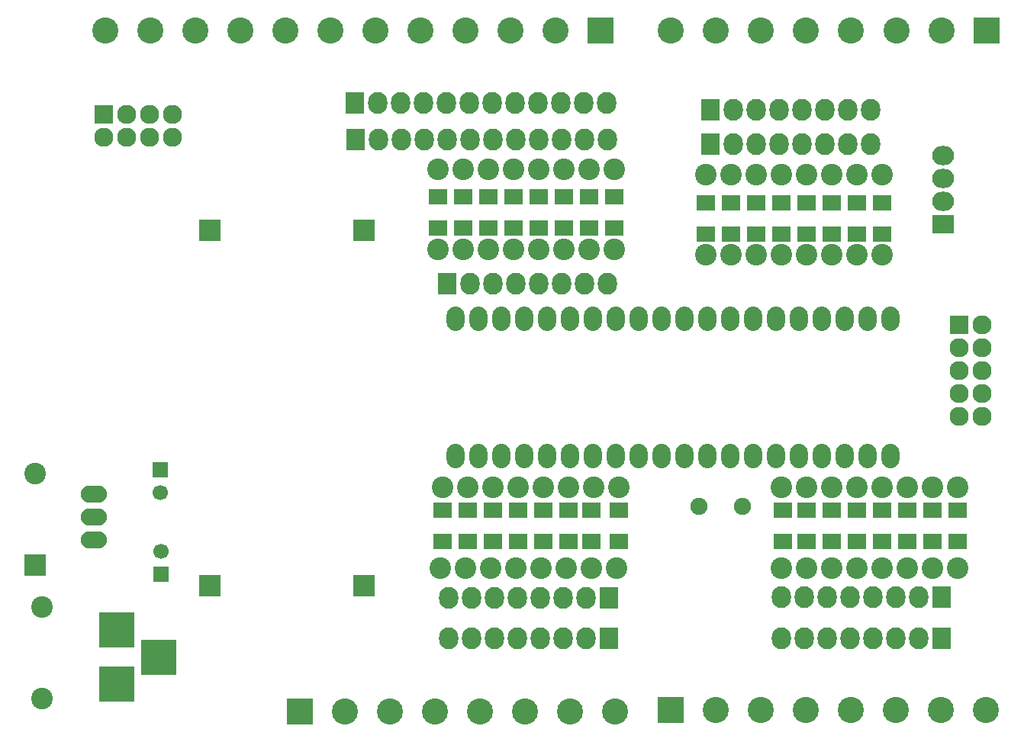
<source format=gbr>
G04 #@! TF.FileFunction,Soldermask,Bot*
%FSLAX46Y46*%
G04 Gerber Fmt 4.6, Leading zero omitted, Abs format (unit mm)*
G04 Created by KiCad (PCBNEW 201611211049+7371~55~ubuntu16.10.1-product) date Mon Dec 19 15:07:25 2016*
%MOMM*%
%LPD*%
G01*
G04 APERTURE LIST*
%ADD10C,0.100000*%
%ADD11R,1.700000X1.700000*%
%ADD12C,1.700000*%
%ADD13R,3.900120X3.900120*%
%ADD14R,2.127200X2.127200*%
%ADD15O,2.127200X2.127200*%
%ADD16C,2.398980*%
%ADD17R,2.398980X2.398980*%
%ADD18R,2.099260X1.700480*%
%ADD19O,2.000000X2.700000*%
%ADD20O,2.899360X1.901140*%
%ADD21C,1.901140*%
%ADD22C,2.900000*%
%ADD23R,2.900000X2.900000*%
%ADD24R,2.127200X2.432000*%
%ADD25O,2.127200X2.432000*%
%ADD26R,2.432000X2.127200*%
%ADD27O,2.432000X2.127200*%
G04 APERTURE END LIST*
D10*
D11*
X109474000Y-105156000D03*
D12*
X109474000Y-102656000D03*
D11*
X109347000Y-93599000D03*
D12*
X109347000Y-96099000D03*
D13*
X104521000Y-111401860D03*
X104521000Y-117401340D03*
X109220000Y-114401600D03*
D14*
X197993000Y-77470000D03*
D15*
X200533000Y-77470000D03*
X197993000Y-80010000D03*
X200533000Y-80010000D03*
X197993000Y-82550000D03*
X200533000Y-82550000D03*
X197993000Y-85090000D03*
X200533000Y-85090000D03*
X197993000Y-87630000D03*
X200533000Y-87630000D03*
D16*
X95501460Y-93980000D03*
D17*
X95501460Y-104140000D03*
D18*
X140208000Y-66774060D03*
X140208000Y-63273940D03*
X143002000Y-66774060D03*
X143002000Y-63273940D03*
X145796000Y-66774060D03*
X145796000Y-63273940D03*
X148590000Y-63273940D03*
X148590000Y-66774060D03*
X151384000Y-66774060D03*
X151384000Y-63273940D03*
X154178000Y-66774060D03*
X154178000Y-63273940D03*
X156972000Y-63273940D03*
X156972000Y-66774060D03*
X159766000Y-66774060D03*
X159766000Y-63273940D03*
X189484000Y-67409060D03*
X189484000Y-63908940D03*
X186690000Y-67409060D03*
X186690000Y-63908940D03*
X183896000Y-67409060D03*
X183896000Y-63908940D03*
X181102000Y-67409060D03*
X181102000Y-63908940D03*
X178308000Y-67409060D03*
X178308000Y-63908940D03*
X175514000Y-67409060D03*
X175514000Y-63908940D03*
X172720000Y-67409060D03*
X172720000Y-63908940D03*
X169926000Y-67409060D03*
X169926000Y-63908940D03*
X140716000Y-98071940D03*
X140716000Y-101572060D03*
X143510000Y-98071940D03*
X143510000Y-101572060D03*
X146304000Y-98071940D03*
X146304000Y-101572060D03*
X149098000Y-98071940D03*
X149098000Y-101572060D03*
X151892000Y-98071940D03*
X151892000Y-101572060D03*
X154686000Y-98071940D03*
X154686000Y-101572060D03*
X157226000Y-98071940D03*
X157226000Y-101572060D03*
X160274000Y-98071940D03*
X160274000Y-101572060D03*
X178435000Y-98071940D03*
X178435000Y-101572060D03*
X181102000Y-98071940D03*
X181102000Y-101572060D03*
X183896000Y-98071940D03*
X183896000Y-101572060D03*
X186690000Y-98071940D03*
X186690000Y-101572060D03*
X189484000Y-98071940D03*
X189484000Y-101572060D03*
X192278000Y-98071940D03*
X192278000Y-101572060D03*
X195072000Y-98071940D03*
X195072000Y-101572060D03*
X197866000Y-98071940D03*
X197866000Y-101572060D03*
D16*
X96266000Y-118999000D03*
X96266000Y-108839000D03*
D19*
X142113000Y-92075000D03*
X144653000Y-92075000D03*
X147193000Y-92075000D03*
X149733000Y-92075000D03*
X152273000Y-92075000D03*
X154813000Y-92075000D03*
X157353000Y-92075000D03*
X159893000Y-92075000D03*
X162433000Y-92075000D03*
X164973000Y-92075000D03*
X167513000Y-92075000D03*
X170053000Y-92075000D03*
X172593000Y-92075000D03*
X175133000Y-92075000D03*
X177673000Y-92075000D03*
X180213000Y-92075000D03*
X182753000Y-92075000D03*
X185293000Y-92075000D03*
X187833000Y-92075000D03*
X190373000Y-92075000D03*
X190373000Y-76835000D03*
X187833000Y-76835000D03*
X185293000Y-76835000D03*
X182753000Y-76835000D03*
X180213000Y-76835000D03*
X177673000Y-76835000D03*
X175133000Y-76835000D03*
X172593000Y-76835000D03*
X170053000Y-76835000D03*
X167513000Y-76835000D03*
X164973000Y-76835000D03*
X162433000Y-76835000D03*
X159893000Y-76835000D03*
X157353000Y-76835000D03*
X154813000Y-76835000D03*
X152273000Y-76835000D03*
X149733000Y-76835000D03*
X147193000Y-76835000D03*
X144653000Y-76835000D03*
X142113000Y-76835000D03*
D17*
X114919000Y-106489500D03*
X131969000Y-106489500D03*
X114871500Y-66992500D03*
X132016500Y-66992500D03*
D20*
X101981000Y-98806000D03*
X101981000Y-101346000D03*
X101981000Y-96266000D03*
D21*
X169136060Y-97663000D03*
X174017940Y-97663000D03*
D14*
X103124000Y-54102000D03*
D15*
X103124000Y-56642000D03*
X105664000Y-54102000D03*
X105664000Y-56642000D03*
X108204000Y-54102000D03*
X108204000Y-56642000D03*
X110744000Y-54102000D03*
X110744000Y-56642000D03*
D16*
X140208000Y-69088000D03*
X143002000Y-69088000D03*
X140716000Y-95504000D03*
X189484000Y-69723000D03*
X145796000Y-69088000D03*
X143510000Y-95504000D03*
X186690000Y-69723000D03*
X178308000Y-95504000D03*
X148590000Y-69088000D03*
X146304000Y-95504000D03*
X183896000Y-69723000D03*
X181102000Y-95504000D03*
X151384000Y-69088000D03*
X149098000Y-95504000D03*
X181102000Y-69723000D03*
X183896000Y-95504000D03*
X154178000Y-69088000D03*
X151892000Y-95504000D03*
X178308000Y-69723000D03*
X186690000Y-95504000D03*
X156972000Y-69088000D03*
X154686000Y-95504000D03*
X175514000Y-69723000D03*
X189484000Y-95504000D03*
X159766000Y-69088000D03*
X157480000Y-95504000D03*
X172720000Y-69723000D03*
X192278000Y-95504000D03*
X160274000Y-95504000D03*
X169926000Y-69723000D03*
X195072000Y-95504000D03*
X197866000Y-95504000D03*
X140208000Y-60198000D03*
X140462000Y-104521000D03*
X189484000Y-60833000D03*
X178308000Y-104521000D03*
X143002000Y-60198000D03*
X143256000Y-104521000D03*
X186690000Y-60833000D03*
X181102000Y-104521000D03*
X145796000Y-60198000D03*
X146050000Y-104521000D03*
X183896000Y-60833000D03*
X183896000Y-104521000D03*
X148590000Y-60198000D03*
X148844000Y-104521000D03*
X181102000Y-60833000D03*
X186690000Y-104521000D03*
X151384000Y-60198000D03*
X151638000Y-104521000D03*
X178308000Y-60833000D03*
X189484000Y-104521000D03*
X154178000Y-60198000D03*
X154432000Y-104521000D03*
X175514000Y-60833000D03*
X192278000Y-104521000D03*
X156972000Y-60198000D03*
X157226000Y-104521000D03*
X172720000Y-60833000D03*
X195072000Y-104521000D03*
X159766000Y-60198000D03*
X160020000Y-104521000D03*
X169926000Y-60833000D03*
X197866000Y-104521000D03*
D22*
X196041000Y-44831000D03*
D23*
X201041000Y-44831000D03*
D22*
X191041000Y-44831000D03*
X186041000Y-44831000D03*
X181041000Y-44831000D03*
X176041000Y-44831000D03*
X171041000Y-44831000D03*
X166041000Y-44831000D03*
X200989000Y-120269000D03*
X195989000Y-120269000D03*
X190989000Y-120269000D03*
X185989000Y-120269000D03*
X180989000Y-120269000D03*
X175989000Y-120269000D03*
D23*
X165989000Y-120269000D03*
D22*
X170989000Y-120269000D03*
X103242000Y-44831000D03*
X108242000Y-44831000D03*
X113242000Y-44831000D03*
X118242000Y-44831000D03*
X123242000Y-44831000D03*
X128242000Y-44831000D03*
X133242000Y-44831000D03*
X138242000Y-44831000D03*
X143242000Y-44831000D03*
X148242000Y-44831000D03*
D23*
X158242000Y-44831000D03*
D22*
X153242000Y-44831000D03*
X159841000Y-120396000D03*
X154841000Y-120396000D03*
X149841000Y-120396000D03*
X144841000Y-120396000D03*
X139841000Y-120396000D03*
X134841000Y-120396000D03*
D23*
X124841000Y-120396000D03*
D22*
X129841000Y-120396000D03*
D24*
X159131000Y-107823000D03*
D25*
X156591000Y-107823000D03*
X154051000Y-107823000D03*
X151511000Y-107823000D03*
X148971000Y-107823000D03*
X146431000Y-107823000D03*
X143891000Y-107823000D03*
X141351000Y-107823000D03*
D24*
X131064000Y-56896000D03*
D25*
X133604000Y-56896000D03*
X136144000Y-56896000D03*
X138684000Y-56896000D03*
X141224000Y-56896000D03*
X143764000Y-56896000D03*
X146304000Y-56896000D03*
X148844000Y-56896000D03*
X151384000Y-56896000D03*
X153924000Y-56896000D03*
X156464000Y-56896000D03*
X159004000Y-56896000D03*
X188214000Y-57404000D03*
X185674000Y-57404000D03*
X183134000Y-57404000D03*
X180594000Y-57404000D03*
X178054000Y-57404000D03*
X175514000Y-57404000D03*
X172974000Y-57404000D03*
D24*
X170434000Y-57404000D03*
X196088000Y-107696000D03*
D25*
X193548000Y-107696000D03*
X191008000Y-107696000D03*
X188468000Y-107696000D03*
X185928000Y-107696000D03*
X183388000Y-107696000D03*
X180848000Y-107696000D03*
X178308000Y-107696000D03*
D24*
X130937000Y-52832000D03*
D25*
X133477000Y-52832000D03*
X136017000Y-52832000D03*
X138557000Y-52832000D03*
X141097000Y-52832000D03*
X143637000Y-52832000D03*
X146177000Y-52832000D03*
X148717000Y-52832000D03*
X151257000Y-52832000D03*
X153797000Y-52832000D03*
X156337000Y-52832000D03*
X158877000Y-52832000D03*
D24*
X159131000Y-112268000D03*
D25*
X156591000Y-112268000D03*
X154051000Y-112268000D03*
X151511000Y-112268000D03*
X148971000Y-112268000D03*
X146431000Y-112268000D03*
X143891000Y-112268000D03*
X141351000Y-112268000D03*
X188214000Y-53594000D03*
X185674000Y-53594000D03*
X183134000Y-53594000D03*
X180594000Y-53594000D03*
X178054000Y-53594000D03*
X175514000Y-53594000D03*
X172974000Y-53594000D03*
D24*
X170434000Y-53594000D03*
X196088000Y-112268000D03*
D25*
X193548000Y-112268000D03*
X191008000Y-112268000D03*
X188468000Y-112268000D03*
X185928000Y-112268000D03*
X183388000Y-112268000D03*
X180848000Y-112268000D03*
X178308000Y-112268000D03*
D24*
X141224000Y-72898000D03*
D25*
X143764000Y-72898000D03*
X146304000Y-72898000D03*
X148844000Y-72898000D03*
X151384000Y-72898000D03*
X153924000Y-72898000D03*
X156464000Y-72898000D03*
X159004000Y-72898000D03*
D26*
X196215000Y-66294000D03*
D27*
X196215000Y-63754000D03*
X196215000Y-61214000D03*
X196215000Y-58674000D03*
M02*

</source>
